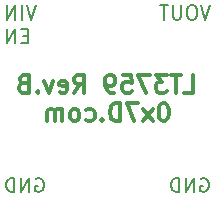
<source format=gbr>
G04 #@! TF.FileFunction,Legend,Bot*
%FSLAX46Y46*%
G04 Gerber Fmt 4.6, Leading zero omitted, Abs format (unit mm)*
G04 Created by KiCad (PCBNEW 4.0.7) date 02/24/18 17:15:32*
%MOMM*%
%LPD*%
G01*
G04 APERTURE LIST*
%ADD10C,0.100000*%
%ADD11C,0.300000*%
%ADD12C,0.200000*%
G04 APERTURE END LIST*
D10*
D11*
X143207141Y-88078571D02*
X143921427Y-88078571D01*
X143921427Y-86578571D01*
X142921427Y-86578571D02*
X142064284Y-86578571D01*
X142492855Y-88078571D02*
X142492855Y-86578571D01*
X141707141Y-86578571D02*
X140778570Y-86578571D01*
X141278570Y-87150000D01*
X141064284Y-87150000D01*
X140921427Y-87221429D01*
X140849998Y-87292857D01*
X140778570Y-87435714D01*
X140778570Y-87792857D01*
X140849998Y-87935714D01*
X140921427Y-88007143D01*
X141064284Y-88078571D01*
X141492856Y-88078571D01*
X141635713Y-88007143D01*
X141707141Y-87935714D01*
X140278570Y-86578571D02*
X139278570Y-86578571D01*
X139921427Y-88078571D01*
X137992856Y-86578571D02*
X138707142Y-86578571D01*
X138778571Y-87292857D01*
X138707142Y-87221429D01*
X138564285Y-87150000D01*
X138207142Y-87150000D01*
X138064285Y-87221429D01*
X137992856Y-87292857D01*
X137921428Y-87435714D01*
X137921428Y-87792857D01*
X137992856Y-87935714D01*
X138064285Y-88007143D01*
X138207142Y-88078571D01*
X138564285Y-88078571D01*
X138707142Y-88007143D01*
X138778571Y-87935714D01*
X137207143Y-88078571D02*
X136921428Y-88078571D01*
X136778571Y-88007143D01*
X136707143Y-87935714D01*
X136564285Y-87721429D01*
X136492857Y-87435714D01*
X136492857Y-86864286D01*
X136564285Y-86721429D01*
X136635714Y-86650000D01*
X136778571Y-86578571D01*
X137064285Y-86578571D01*
X137207143Y-86650000D01*
X137278571Y-86721429D01*
X137350000Y-86864286D01*
X137350000Y-87221429D01*
X137278571Y-87364286D01*
X137207143Y-87435714D01*
X137064285Y-87507143D01*
X136778571Y-87507143D01*
X136635714Y-87435714D01*
X136564285Y-87364286D01*
X136492857Y-87221429D01*
X133850000Y-88078571D02*
X134350000Y-87364286D01*
X134707143Y-88078571D02*
X134707143Y-86578571D01*
X134135715Y-86578571D01*
X133992857Y-86650000D01*
X133921429Y-86721429D01*
X133850000Y-86864286D01*
X133850000Y-87078571D01*
X133921429Y-87221429D01*
X133992857Y-87292857D01*
X134135715Y-87364286D01*
X134707143Y-87364286D01*
X132635715Y-88007143D02*
X132778572Y-88078571D01*
X133064286Y-88078571D01*
X133207143Y-88007143D01*
X133278572Y-87864286D01*
X133278572Y-87292857D01*
X133207143Y-87150000D01*
X133064286Y-87078571D01*
X132778572Y-87078571D01*
X132635715Y-87150000D01*
X132564286Y-87292857D01*
X132564286Y-87435714D01*
X133278572Y-87578571D01*
X132064286Y-87078571D02*
X131707143Y-88078571D01*
X131350001Y-87078571D01*
X130778572Y-87935714D02*
X130707144Y-88007143D01*
X130778572Y-88078571D01*
X130850001Y-88007143D01*
X130778572Y-87935714D01*
X130778572Y-88078571D01*
X129564286Y-87292857D02*
X129350000Y-87364286D01*
X129278572Y-87435714D01*
X129207143Y-87578571D01*
X129207143Y-87792857D01*
X129278572Y-87935714D01*
X129350000Y-88007143D01*
X129492858Y-88078571D01*
X130064286Y-88078571D01*
X130064286Y-86578571D01*
X129564286Y-86578571D01*
X129421429Y-86650000D01*
X129350000Y-86721429D01*
X129278572Y-86864286D01*
X129278572Y-87007143D01*
X129350000Y-87150000D01*
X129421429Y-87221429D01*
X129564286Y-87292857D01*
X130064286Y-87292857D01*
X141521428Y-88978571D02*
X141378571Y-88978571D01*
X141235714Y-89050000D01*
X141164285Y-89121429D01*
X141092856Y-89264286D01*
X141021428Y-89550000D01*
X141021428Y-89907143D01*
X141092856Y-90192857D01*
X141164285Y-90335714D01*
X141235714Y-90407143D01*
X141378571Y-90478571D01*
X141521428Y-90478571D01*
X141664285Y-90407143D01*
X141735714Y-90335714D01*
X141807142Y-90192857D01*
X141878571Y-89907143D01*
X141878571Y-89550000D01*
X141807142Y-89264286D01*
X141735714Y-89121429D01*
X141664285Y-89050000D01*
X141521428Y-88978571D01*
X140521428Y-90478571D02*
X139735714Y-89478571D01*
X140521428Y-89478571D02*
X139735714Y-90478571D01*
X139307142Y-88978571D02*
X138307142Y-88978571D01*
X138949999Y-90478571D01*
X137735714Y-90478571D02*
X137735714Y-88978571D01*
X137378571Y-88978571D01*
X137164286Y-89050000D01*
X137021428Y-89192857D01*
X136950000Y-89335714D01*
X136878571Y-89621429D01*
X136878571Y-89835714D01*
X136950000Y-90121429D01*
X137021428Y-90264286D01*
X137164286Y-90407143D01*
X137378571Y-90478571D01*
X137735714Y-90478571D01*
X136235714Y-90335714D02*
X136164286Y-90407143D01*
X136235714Y-90478571D01*
X136307143Y-90407143D01*
X136235714Y-90335714D01*
X136235714Y-90478571D01*
X134878571Y-90407143D02*
X135021428Y-90478571D01*
X135307142Y-90478571D01*
X135450000Y-90407143D01*
X135521428Y-90335714D01*
X135592857Y-90192857D01*
X135592857Y-89764286D01*
X135521428Y-89621429D01*
X135450000Y-89550000D01*
X135307142Y-89478571D01*
X135021428Y-89478571D01*
X134878571Y-89550000D01*
X134021428Y-90478571D02*
X134164286Y-90407143D01*
X134235714Y-90335714D01*
X134307143Y-90192857D01*
X134307143Y-89764286D01*
X134235714Y-89621429D01*
X134164286Y-89550000D01*
X134021428Y-89478571D01*
X133807143Y-89478571D01*
X133664286Y-89550000D01*
X133592857Y-89621429D01*
X133521428Y-89764286D01*
X133521428Y-90192857D01*
X133592857Y-90335714D01*
X133664286Y-90407143D01*
X133807143Y-90478571D01*
X134021428Y-90478571D01*
X132878571Y-90478571D02*
X132878571Y-89478571D01*
X132878571Y-89621429D02*
X132807143Y-89550000D01*
X132664285Y-89478571D01*
X132450000Y-89478571D01*
X132307143Y-89550000D01*
X132235714Y-89692857D01*
X132235714Y-90478571D01*
X132235714Y-89692857D02*
X132164285Y-89550000D01*
X132021428Y-89478571D01*
X131807143Y-89478571D01*
X131664285Y-89550000D01*
X131592857Y-89692857D01*
X131592857Y-90478571D01*
D12*
X145385714Y-80692857D02*
X144985714Y-81892857D01*
X144585714Y-80692857D01*
X143957143Y-80692857D02*
X143728572Y-80692857D01*
X143614286Y-80750000D01*
X143500000Y-80864286D01*
X143442858Y-81092857D01*
X143442858Y-81492857D01*
X143500000Y-81721429D01*
X143614286Y-81835714D01*
X143728572Y-81892857D01*
X143957143Y-81892857D01*
X144071429Y-81835714D01*
X144185715Y-81721429D01*
X144242858Y-81492857D01*
X144242858Y-81092857D01*
X144185715Y-80864286D01*
X144071429Y-80750000D01*
X143957143Y-80692857D01*
X142928572Y-80692857D02*
X142928572Y-81664286D01*
X142871429Y-81778571D01*
X142814286Y-81835714D01*
X142700000Y-81892857D01*
X142471429Y-81892857D01*
X142357143Y-81835714D01*
X142300000Y-81778571D01*
X142242857Y-81664286D01*
X142242857Y-80692857D01*
X141842857Y-80692857D02*
X141157143Y-80692857D01*
X141500000Y-81892857D02*
X141500000Y-80692857D01*
X144585714Y-95350000D02*
X144700000Y-95292857D01*
X144871429Y-95292857D01*
X145042857Y-95350000D01*
X145157143Y-95464286D01*
X145214286Y-95578571D01*
X145271429Y-95807143D01*
X145271429Y-95978571D01*
X145214286Y-96207143D01*
X145157143Y-96321429D01*
X145042857Y-96435714D01*
X144871429Y-96492857D01*
X144757143Y-96492857D01*
X144585714Y-96435714D01*
X144528571Y-96378571D01*
X144528571Y-95978571D01*
X144757143Y-95978571D01*
X144014286Y-96492857D02*
X144014286Y-95292857D01*
X143328571Y-96492857D01*
X143328571Y-95292857D01*
X142757143Y-96492857D02*
X142757143Y-95292857D01*
X142471428Y-95292857D01*
X142300000Y-95350000D01*
X142185714Y-95464286D01*
X142128571Y-95578571D01*
X142071428Y-95807143D01*
X142071428Y-95978571D01*
X142128571Y-96207143D01*
X142185714Y-96321429D01*
X142300000Y-96435714D01*
X142471428Y-96492857D01*
X142757143Y-96492857D01*
X129957143Y-83264286D02*
X129557143Y-83264286D01*
X129385714Y-83892857D02*
X129957143Y-83892857D01*
X129957143Y-82692857D01*
X129385714Y-82692857D01*
X128871429Y-83892857D02*
X128871429Y-82692857D01*
X128185714Y-83892857D01*
X128185714Y-82692857D01*
X130642857Y-95350000D02*
X130757143Y-95292857D01*
X130928572Y-95292857D01*
X131100000Y-95350000D01*
X131214286Y-95464286D01*
X131271429Y-95578571D01*
X131328572Y-95807143D01*
X131328572Y-95978571D01*
X131271429Y-96207143D01*
X131214286Y-96321429D01*
X131100000Y-96435714D01*
X130928572Y-96492857D01*
X130814286Y-96492857D01*
X130642857Y-96435714D01*
X130585714Y-96378571D01*
X130585714Y-95978571D01*
X130814286Y-95978571D01*
X130071429Y-96492857D02*
X130071429Y-95292857D01*
X129385714Y-96492857D01*
X129385714Y-95292857D01*
X128814286Y-96492857D02*
X128814286Y-95292857D01*
X128528571Y-95292857D01*
X128357143Y-95350000D01*
X128242857Y-95464286D01*
X128185714Y-95578571D01*
X128128571Y-95807143D01*
X128128571Y-95978571D01*
X128185714Y-96207143D01*
X128242857Y-96321429D01*
X128357143Y-96435714D01*
X128528571Y-96492857D01*
X128814286Y-96492857D01*
X130642857Y-80692857D02*
X130242857Y-81892857D01*
X129842857Y-80692857D01*
X129442858Y-81892857D02*
X129442858Y-80692857D01*
X128871429Y-81892857D02*
X128871429Y-80692857D01*
X128185714Y-81892857D01*
X128185714Y-80692857D01*
M02*

</source>
